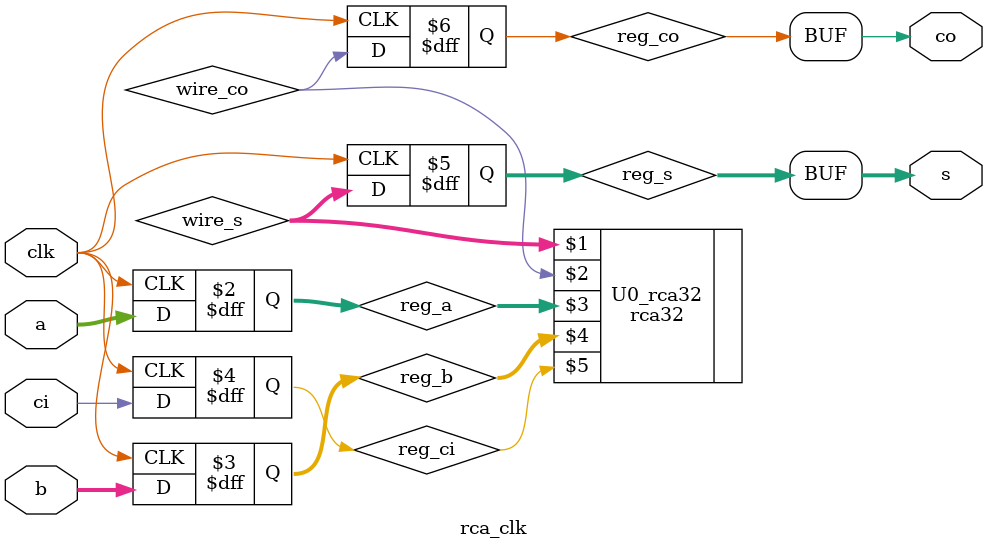
<source format=v>
module rca_clk(clk, s, co, a, b, ci);
	input	clk;
	input [31:0] a, b;
	input ci;
	output [31:0] s;
	output co;
	
	reg [31:0] reg_a, reg_b;
	reg reg_ci;
	reg [31:0] reg_s;
	reg reg_co;
	
	wire [31:0] wire_s;
	wire wire_co;
	
	always @ (posedge clk)		//always active at positive edge
	begin
	
	//input and output registor connect
	reg_a <= a;				
	reg_b <= b;
	reg_ci <= ci;
	reg_s <= wire_s;
	reg_co <= wire_co;
	
	end
	
	rca32 U0_rca32(wire_s, wire_co, reg_a, reg_b, reg_ci);
	
	assign s = reg_s;
	assign co = reg_co;
endmodule


</source>
